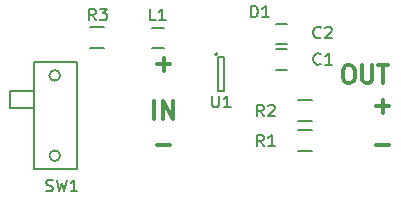
<source format=gto>
G04 #@! TF.FileFunction,Legend,Top*
%FSLAX46Y46*%
G04 Gerber Fmt 4.6, Leading zero omitted, Abs format (unit mm)*
G04 Created by KiCad (PCBNEW 4.0.2-stable) date 3/12/2016 11:36:09 PM*
%MOMM*%
G01*
G04 APERTURE LIST*
%ADD10C,0.100000*%
%ADD11C,0.300000*%
%ADD12C,0.150000*%
G04 APERTURE END LIST*
D10*
D11*
X178244572Y-108057143D02*
X179387429Y-108057143D01*
X178244572Y-104755143D02*
X179387429Y-104755143D01*
X178816000Y-105326571D02*
X178816000Y-104183714D01*
X175792000Y-101286571D02*
X176077714Y-101286571D01*
X176220572Y-101358000D01*
X176363429Y-101500857D01*
X176434857Y-101786571D01*
X176434857Y-102286571D01*
X176363429Y-102572286D01*
X176220572Y-102715143D01*
X176077714Y-102786571D01*
X175792000Y-102786571D01*
X175649143Y-102715143D01*
X175506286Y-102572286D01*
X175434857Y-102286571D01*
X175434857Y-101786571D01*
X175506286Y-101500857D01*
X175649143Y-101358000D01*
X175792000Y-101286571D01*
X177077715Y-101286571D02*
X177077715Y-102500857D01*
X177149143Y-102643714D01*
X177220572Y-102715143D01*
X177363429Y-102786571D01*
X177649143Y-102786571D01*
X177792001Y-102715143D01*
X177863429Y-102643714D01*
X177934858Y-102500857D01*
X177934858Y-101286571D01*
X178434858Y-101286571D02*
X179292001Y-101286571D01*
X178863430Y-102786571D02*
X178863430Y-101286571D01*
X159488286Y-105834571D02*
X159488286Y-104334571D01*
X160202572Y-105834571D02*
X160202572Y-104334571D01*
X161059715Y-105834571D01*
X161059715Y-104334571D01*
X159702572Y-108057143D02*
X160845429Y-108057143D01*
X159702572Y-101199143D02*
X160845429Y-101199143D01*
X160274000Y-101770571D02*
X160274000Y-100627714D01*
D12*
X149297000Y-104937000D02*
X147297000Y-104937000D01*
X147297000Y-104937000D02*
X147297000Y-103437000D01*
X147297000Y-103437000D02*
X149297000Y-103437000D01*
X149297000Y-105537000D02*
X149297000Y-110037000D01*
X149297000Y-110037000D02*
X152897000Y-110037000D01*
X152897000Y-110037000D02*
X152897000Y-101037000D01*
X152897000Y-101037000D02*
X151097000Y-101037000D01*
X149297000Y-105537000D02*
X149297000Y-101037000D01*
X151097000Y-101037000D02*
X149297000Y-101037000D01*
X151497000Y-108937000D02*
G75*
G03X151497000Y-108937000I-450000J0D01*
G01*
X151497000Y-102137000D02*
G75*
G03X151497000Y-102137000I-450000J0D01*
G01*
X170743500Y-99937200D02*
X169743500Y-99937200D01*
X169743500Y-101637200D02*
X170743500Y-101637200D01*
X170743500Y-97765500D02*
X169743500Y-97765500D01*
X169743500Y-99465500D02*
X170743500Y-99465500D01*
X160266000Y-98083000D02*
X159266000Y-98083000D01*
X159266000Y-99783000D02*
X160266000Y-99783000D01*
X171612000Y-106757500D02*
X172812000Y-106757500D01*
X172812000Y-108507500D02*
X171612000Y-108507500D01*
X171612000Y-104217500D02*
X172812000Y-104217500D01*
X172812000Y-105967500D02*
X171612000Y-105967500D01*
X154022500Y-98058000D02*
X155222500Y-98058000D01*
X155222500Y-99808000D02*
X154022500Y-99808000D01*
X164820500Y-100344500D02*
G75*
G03X164820500Y-100344500I-100000J0D01*
G01*
X165370500Y-100594500D02*
X164870500Y-100594500D01*
X165370500Y-103494500D02*
X165370500Y-100594500D01*
X164870500Y-103494500D02*
X165370500Y-103494500D01*
X164870500Y-100594500D02*
X164870500Y-103494500D01*
X150304667Y-111910762D02*
X150447524Y-111958381D01*
X150685620Y-111958381D01*
X150780858Y-111910762D01*
X150828477Y-111863143D01*
X150876096Y-111767905D01*
X150876096Y-111672667D01*
X150828477Y-111577429D01*
X150780858Y-111529810D01*
X150685620Y-111482190D01*
X150495143Y-111434571D01*
X150399905Y-111386952D01*
X150352286Y-111339333D01*
X150304667Y-111244095D01*
X150304667Y-111148857D01*
X150352286Y-111053619D01*
X150399905Y-111006000D01*
X150495143Y-110958381D01*
X150733239Y-110958381D01*
X150876096Y-111006000D01*
X151209429Y-110958381D02*
X151447524Y-111958381D01*
X151638001Y-111244095D01*
X151828477Y-111958381D01*
X152066572Y-110958381D01*
X152971334Y-111958381D02*
X152399905Y-111958381D01*
X152685619Y-111958381D02*
X152685619Y-110958381D01*
X152590381Y-111101238D01*
X152495143Y-111196476D01*
X152399905Y-111244095D01*
X173569334Y-101144343D02*
X173521715Y-101191962D01*
X173378858Y-101239581D01*
X173283620Y-101239581D01*
X173140762Y-101191962D01*
X173045524Y-101096724D01*
X172997905Y-101001486D01*
X172950286Y-100811010D01*
X172950286Y-100668152D01*
X172997905Y-100477676D01*
X173045524Y-100382438D01*
X173140762Y-100287200D01*
X173283620Y-100239581D01*
X173378858Y-100239581D01*
X173521715Y-100287200D01*
X173569334Y-100334819D01*
X174521715Y-101239581D02*
X173950286Y-101239581D01*
X174236000Y-101239581D02*
X174236000Y-100239581D01*
X174140762Y-100382438D01*
X174045524Y-100477676D01*
X173950286Y-100525295D01*
X173569334Y-98909143D02*
X173521715Y-98956762D01*
X173378858Y-99004381D01*
X173283620Y-99004381D01*
X173140762Y-98956762D01*
X173045524Y-98861524D01*
X172997905Y-98766286D01*
X172950286Y-98575810D01*
X172950286Y-98432952D01*
X172997905Y-98242476D01*
X173045524Y-98147238D01*
X173140762Y-98052000D01*
X173283620Y-98004381D01*
X173378858Y-98004381D01*
X173521715Y-98052000D01*
X173569334Y-98099619D01*
X173950286Y-98099619D02*
X173997905Y-98052000D01*
X174093143Y-98004381D01*
X174331239Y-98004381D01*
X174426477Y-98052000D01*
X174474096Y-98099619D01*
X174521715Y-98194857D01*
X174521715Y-98290095D01*
X174474096Y-98432952D01*
X173902667Y-99004381D01*
X174521715Y-99004381D01*
X167663905Y-97226381D02*
X167663905Y-96226381D01*
X167902000Y-96226381D01*
X168044858Y-96274000D01*
X168140096Y-96369238D01*
X168187715Y-96464476D01*
X168235334Y-96654952D01*
X168235334Y-96797810D01*
X168187715Y-96988286D01*
X168140096Y-97083524D01*
X168044858Y-97178762D01*
X167902000Y-97226381D01*
X167663905Y-97226381D01*
X169187715Y-97226381D02*
X168616286Y-97226381D01*
X168902000Y-97226381D02*
X168902000Y-96226381D01*
X168806762Y-96369238D01*
X168711524Y-96464476D01*
X168616286Y-96512095D01*
X159599334Y-97480381D02*
X159123143Y-97480381D01*
X159123143Y-96480381D01*
X160456477Y-97480381D02*
X159885048Y-97480381D01*
X160170762Y-97480381D02*
X160170762Y-96480381D01*
X160075524Y-96623238D01*
X159980286Y-96718476D01*
X159885048Y-96766095D01*
X168743334Y-108148381D02*
X168410000Y-107672190D01*
X168171905Y-108148381D02*
X168171905Y-107148381D01*
X168552858Y-107148381D01*
X168648096Y-107196000D01*
X168695715Y-107243619D01*
X168743334Y-107338857D01*
X168743334Y-107481714D01*
X168695715Y-107576952D01*
X168648096Y-107624571D01*
X168552858Y-107672190D01*
X168171905Y-107672190D01*
X169695715Y-108148381D02*
X169124286Y-108148381D01*
X169410000Y-108148381D02*
X169410000Y-107148381D01*
X169314762Y-107291238D01*
X169219524Y-107386476D01*
X169124286Y-107434095D01*
X168743334Y-105608381D02*
X168410000Y-105132190D01*
X168171905Y-105608381D02*
X168171905Y-104608381D01*
X168552858Y-104608381D01*
X168648096Y-104656000D01*
X168695715Y-104703619D01*
X168743334Y-104798857D01*
X168743334Y-104941714D01*
X168695715Y-105036952D01*
X168648096Y-105084571D01*
X168552858Y-105132190D01*
X168171905Y-105132190D01*
X169124286Y-104703619D02*
X169171905Y-104656000D01*
X169267143Y-104608381D01*
X169505239Y-104608381D01*
X169600477Y-104656000D01*
X169648096Y-104703619D01*
X169695715Y-104798857D01*
X169695715Y-104894095D01*
X169648096Y-105036952D01*
X169076667Y-105608381D01*
X169695715Y-105608381D01*
X154519334Y-97480381D02*
X154186000Y-97004190D01*
X153947905Y-97480381D02*
X153947905Y-96480381D01*
X154328858Y-96480381D01*
X154424096Y-96528000D01*
X154471715Y-96575619D01*
X154519334Y-96670857D01*
X154519334Y-96813714D01*
X154471715Y-96908952D01*
X154424096Y-96956571D01*
X154328858Y-97004190D01*
X153947905Y-97004190D01*
X154852667Y-96480381D02*
X155471715Y-96480381D01*
X155138381Y-96861333D01*
X155281239Y-96861333D01*
X155376477Y-96908952D01*
X155424096Y-96956571D01*
X155471715Y-97051810D01*
X155471715Y-97289905D01*
X155424096Y-97385143D01*
X155376477Y-97432762D01*
X155281239Y-97480381D01*
X154995524Y-97480381D01*
X154900286Y-97432762D01*
X154852667Y-97385143D01*
X164358595Y-103846381D02*
X164358595Y-104655905D01*
X164406214Y-104751143D01*
X164453833Y-104798762D01*
X164549071Y-104846381D01*
X164739548Y-104846381D01*
X164834786Y-104798762D01*
X164882405Y-104751143D01*
X164930024Y-104655905D01*
X164930024Y-103846381D01*
X165930024Y-104846381D02*
X165358595Y-104846381D01*
X165644309Y-104846381D02*
X165644309Y-103846381D01*
X165549071Y-103989238D01*
X165453833Y-104084476D01*
X165358595Y-104132095D01*
M02*

</source>
